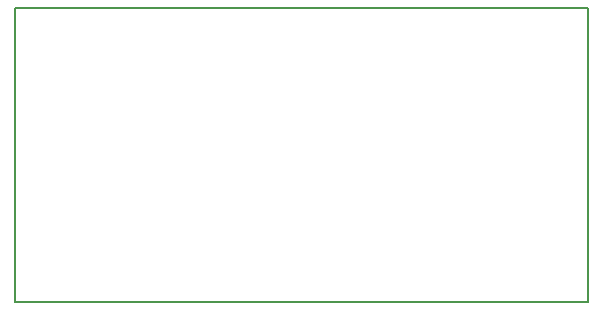
<source format=gm1>
G04 #@! TF.GenerationSoftware,KiCad,Pcbnew,5.0.2+dfsg1-1*
G04 #@! TF.CreationDate,2020-09-22T12:11:50+02:00*
G04 #@! TF.ProjectId,opAmp_textileSensor,6f70416d-705f-4746-9578-74696c655365,rev?*
G04 #@! TF.SameCoordinates,Original*
G04 #@! TF.FileFunction,Profile,NP*
%FSLAX45Y45*%
G04 Gerber Fmt 4.5, Leading zero omitted, Abs format (unit mm)*
G04 Created by KiCad (PCBNEW 5.0.2+dfsg1-1) date mar. 22 sept. 2020 12:11:50 CEST*
%MOMM*%
%LPD*%
G01*
G04 APERTURE LIST*
%ADD10C,0.150000*%
G04 APERTURE END LIST*
D10*
X12852400Y-8255000D02*
X17703800Y-8255000D01*
X17703800Y-8255000D02*
X17703800Y-10744200D01*
X17703800Y-10744200D02*
X12852400Y-10744200D01*
X12852400Y-10744200D02*
X12852400Y-8255000D01*
M02*

</source>
